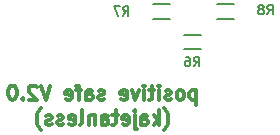
<source format=gbo>
G04 #@! TF.GenerationSoftware,KiCad,Pcbnew,(6.0.0-rc1-dev-254-g7fa5456d7-dirty)*
G04 #@! TF.CreationDate,2018-11-09T09:56:40+01:00*
G04 #@! TF.ProjectId,sejf,73656A662E6B696361645F7063620000,rev?*
G04 #@! TF.SameCoordinates,Original*
G04 #@! TF.FileFunction,Legend,Bot*
G04 #@! TF.FilePolarity,Positive*
%FSLAX46Y46*%
G04 Gerber Fmt 4.6, Leading zero omitted, Abs format (unit mm)*
G04 Created by KiCad (PCBNEW (6.0.0-rc1-dev-254-g7fa5456d7-dirty)) date Fri Nov  9 09:56:40 2018*
%MOMM*%
%LPD*%
G01*
G04 APERTURE LIST*
%ADD10C,0.300000*%
%ADD11C,0.150000*%
G04 APERTURE END LIST*
D10*
X122914285Y-113292857D02*
X122914285Y-114492857D01*
X122914285Y-113350000D02*
X122800000Y-113292857D01*
X122571428Y-113292857D01*
X122457142Y-113350000D01*
X122400000Y-113407142D01*
X122342857Y-113521428D01*
X122342857Y-113864285D01*
X122400000Y-113978571D01*
X122457142Y-114035714D01*
X122571428Y-114092857D01*
X122800000Y-114092857D01*
X122914285Y-114035714D01*
X121657142Y-114092857D02*
X121771428Y-114035714D01*
X121828571Y-113978571D01*
X121885714Y-113864285D01*
X121885714Y-113521428D01*
X121828571Y-113407142D01*
X121771428Y-113350000D01*
X121657142Y-113292857D01*
X121485714Y-113292857D01*
X121371428Y-113350000D01*
X121314285Y-113407142D01*
X121257142Y-113521428D01*
X121257142Y-113864285D01*
X121314285Y-113978571D01*
X121371428Y-114035714D01*
X121485714Y-114092857D01*
X121657142Y-114092857D01*
X120800000Y-114035714D02*
X120685714Y-114092857D01*
X120457142Y-114092857D01*
X120342857Y-114035714D01*
X120285714Y-113921428D01*
X120285714Y-113864285D01*
X120342857Y-113750000D01*
X120457142Y-113692857D01*
X120628571Y-113692857D01*
X120742857Y-113635714D01*
X120800000Y-113521428D01*
X120800000Y-113464285D01*
X120742857Y-113350000D01*
X120628571Y-113292857D01*
X120457142Y-113292857D01*
X120342857Y-113350000D01*
X119771428Y-114092857D02*
X119771428Y-113292857D01*
X119771428Y-112892857D02*
X119828571Y-112950000D01*
X119771428Y-113007142D01*
X119714285Y-112950000D01*
X119771428Y-112892857D01*
X119771428Y-113007142D01*
X119371428Y-113292857D02*
X118914285Y-113292857D01*
X119200000Y-112892857D02*
X119200000Y-113921428D01*
X119142857Y-114035714D01*
X119028571Y-114092857D01*
X118914285Y-114092857D01*
X118514285Y-114092857D02*
X118514285Y-113292857D01*
X118514285Y-112892857D02*
X118571428Y-112950000D01*
X118514285Y-113007142D01*
X118457142Y-112950000D01*
X118514285Y-112892857D01*
X118514285Y-113007142D01*
X118057142Y-113292857D02*
X117771428Y-114092857D01*
X117485714Y-113292857D01*
X116571428Y-114035714D02*
X116685714Y-114092857D01*
X116914285Y-114092857D01*
X117028571Y-114035714D01*
X117085714Y-113921428D01*
X117085714Y-113464285D01*
X117028571Y-113350000D01*
X116914285Y-113292857D01*
X116685714Y-113292857D01*
X116571428Y-113350000D01*
X116514285Y-113464285D01*
X116514285Y-113578571D01*
X117085714Y-113692857D01*
X115142857Y-114035714D02*
X115028571Y-114092857D01*
X114800000Y-114092857D01*
X114685714Y-114035714D01*
X114628571Y-113921428D01*
X114628571Y-113864285D01*
X114685714Y-113750000D01*
X114800000Y-113692857D01*
X114971428Y-113692857D01*
X115085714Y-113635714D01*
X115142857Y-113521428D01*
X115142857Y-113464285D01*
X115085714Y-113350000D01*
X114971428Y-113292857D01*
X114800000Y-113292857D01*
X114685714Y-113350000D01*
X113600000Y-114092857D02*
X113600000Y-113464285D01*
X113657142Y-113350000D01*
X113771428Y-113292857D01*
X114000000Y-113292857D01*
X114114285Y-113350000D01*
X113600000Y-114035714D02*
X113714285Y-114092857D01*
X114000000Y-114092857D01*
X114114285Y-114035714D01*
X114171428Y-113921428D01*
X114171428Y-113807142D01*
X114114285Y-113692857D01*
X114000000Y-113635714D01*
X113714285Y-113635714D01*
X113600000Y-113578571D01*
X113200000Y-113292857D02*
X112742857Y-113292857D01*
X113028571Y-114092857D02*
X113028571Y-113064285D01*
X112971428Y-112950000D01*
X112857142Y-112892857D01*
X112742857Y-112892857D01*
X111885714Y-114035714D02*
X112000000Y-114092857D01*
X112228571Y-114092857D01*
X112342857Y-114035714D01*
X112400000Y-113921428D01*
X112400000Y-113464285D01*
X112342857Y-113350000D01*
X112228571Y-113292857D01*
X112000000Y-113292857D01*
X111885714Y-113350000D01*
X111828571Y-113464285D01*
X111828571Y-113578571D01*
X112400000Y-113692857D01*
X110571428Y-112892857D02*
X110171428Y-114092857D01*
X109771428Y-112892857D01*
X109428571Y-113007142D02*
X109371428Y-112950000D01*
X109257142Y-112892857D01*
X108971428Y-112892857D01*
X108857142Y-112950000D01*
X108800000Y-113007142D01*
X108742857Y-113121428D01*
X108742857Y-113235714D01*
X108800000Y-113407142D01*
X109485714Y-114092857D01*
X108742857Y-114092857D01*
X108228571Y-113978571D02*
X108171428Y-114035714D01*
X108228571Y-114092857D01*
X108285714Y-114035714D01*
X108228571Y-113978571D01*
X108228571Y-114092857D01*
X107428571Y-112892857D02*
X107314285Y-112892857D01*
X107200000Y-112950000D01*
X107142857Y-113007142D01*
X107085714Y-113121428D01*
X107028571Y-113350000D01*
X107028571Y-113635714D01*
X107085714Y-113864285D01*
X107142857Y-113978571D01*
X107200000Y-114035714D01*
X107314285Y-114092857D01*
X107428571Y-114092857D01*
X107542857Y-114035714D01*
X107600000Y-113978571D01*
X107657142Y-113864285D01*
X107714285Y-113635714D01*
X107714285Y-113350000D01*
X107657142Y-113121428D01*
X107600000Y-113007142D01*
X107542857Y-112950000D01*
X107428571Y-112892857D01*
X120228571Y-116650000D02*
X120285714Y-116592857D01*
X120400000Y-116421428D01*
X120457142Y-116307142D01*
X120514285Y-116135714D01*
X120571428Y-115850000D01*
X120571428Y-115621428D01*
X120514285Y-115335714D01*
X120457142Y-115164285D01*
X120400000Y-115050000D01*
X120285714Y-114878571D01*
X120228571Y-114821428D01*
X119771428Y-116192857D02*
X119771428Y-114992857D01*
X119657142Y-115735714D02*
X119314285Y-116192857D01*
X119314285Y-115392857D02*
X119771428Y-115850000D01*
X118285714Y-116192857D02*
X118285714Y-115564285D01*
X118342857Y-115450000D01*
X118457142Y-115392857D01*
X118685714Y-115392857D01*
X118800000Y-115450000D01*
X118285714Y-116135714D02*
X118400000Y-116192857D01*
X118685714Y-116192857D01*
X118800000Y-116135714D01*
X118857142Y-116021428D01*
X118857142Y-115907142D01*
X118800000Y-115792857D01*
X118685714Y-115735714D01*
X118400000Y-115735714D01*
X118285714Y-115678571D01*
X117714285Y-115392857D02*
X117714285Y-116421428D01*
X117771428Y-116535714D01*
X117885714Y-116592857D01*
X117942857Y-116592857D01*
X117714285Y-114992857D02*
X117771428Y-115050000D01*
X117714285Y-115107142D01*
X117657142Y-115050000D01*
X117714285Y-114992857D01*
X117714285Y-115107142D01*
X116685714Y-116135714D02*
X116800000Y-116192857D01*
X117028571Y-116192857D01*
X117142857Y-116135714D01*
X117200000Y-116021428D01*
X117200000Y-115564285D01*
X117142857Y-115450000D01*
X117028571Y-115392857D01*
X116800000Y-115392857D01*
X116685714Y-115450000D01*
X116628571Y-115564285D01*
X116628571Y-115678571D01*
X117200000Y-115792857D01*
X116285714Y-115392857D02*
X115828571Y-115392857D01*
X116114285Y-114992857D02*
X116114285Y-116021428D01*
X116057142Y-116135714D01*
X115942857Y-116192857D01*
X115828571Y-116192857D01*
X114914285Y-116192857D02*
X114914285Y-115564285D01*
X114971428Y-115450000D01*
X115085714Y-115392857D01*
X115314285Y-115392857D01*
X115428571Y-115450000D01*
X114914285Y-116135714D02*
X115028571Y-116192857D01*
X115314285Y-116192857D01*
X115428571Y-116135714D01*
X115485714Y-116021428D01*
X115485714Y-115907142D01*
X115428571Y-115792857D01*
X115314285Y-115735714D01*
X115028571Y-115735714D01*
X114914285Y-115678571D01*
X114342857Y-115392857D02*
X114342857Y-116192857D01*
X114342857Y-115507142D02*
X114285714Y-115450000D01*
X114171428Y-115392857D01*
X114000000Y-115392857D01*
X113885714Y-115450000D01*
X113828571Y-115564285D01*
X113828571Y-116192857D01*
X113085714Y-116192857D02*
X113200000Y-116135714D01*
X113257142Y-116021428D01*
X113257142Y-114992857D01*
X112171428Y-116135714D02*
X112285714Y-116192857D01*
X112514285Y-116192857D01*
X112628571Y-116135714D01*
X112685714Y-116021428D01*
X112685714Y-115564285D01*
X112628571Y-115450000D01*
X112514285Y-115392857D01*
X112285714Y-115392857D01*
X112171428Y-115450000D01*
X112114285Y-115564285D01*
X112114285Y-115678571D01*
X112685714Y-115792857D01*
X111657142Y-116135714D02*
X111542857Y-116192857D01*
X111314285Y-116192857D01*
X111200000Y-116135714D01*
X111142857Y-116021428D01*
X111142857Y-115964285D01*
X111200000Y-115850000D01*
X111314285Y-115792857D01*
X111485714Y-115792857D01*
X111600000Y-115735714D01*
X111657142Y-115621428D01*
X111657142Y-115564285D01*
X111600000Y-115450000D01*
X111485714Y-115392857D01*
X111314285Y-115392857D01*
X111200000Y-115450000D01*
X110685714Y-116135714D02*
X110571428Y-116192857D01*
X110342857Y-116192857D01*
X110228571Y-116135714D01*
X110171428Y-116021428D01*
X110171428Y-115964285D01*
X110228571Y-115850000D01*
X110342857Y-115792857D01*
X110514285Y-115792857D01*
X110628571Y-115735714D01*
X110685714Y-115621428D01*
X110685714Y-115564285D01*
X110628571Y-115450000D01*
X110514285Y-115392857D01*
X110342857Y-115392857D01*
X110228571Y-115450000D01*
X109771428Y-116650000D02*
X109714285Y-116592857D01*
X109600000Y-116421428D01*
X109542857Y-116307142D01*
X109485714Y-116135714D01*
X109428571Y-115850000D01*
X109428571Y-115621428D01*
X109485714Y-115335714D01*
X109542857Y-115164285D01*
X109600000Y-115050000D01*
X109714285Y-114878571D01*
X109771428Y-114821428D01*
D11*
G04 #@! TO.C,R8*
X124679000Y-105979000D02*
X126121000Y-105979000D01*
X126121000Y-105979000D02*
X124679000Y-105979000D01*
X124679000Y-107221000D02*
X126121000Y-107221000D01*
X126121000Y-107221000D02*
X124679000Y-107221000D01*
G04 #@! TO.C,R6*
X121879000Y-108579000D02*
X123321000Y-108579000D01*
X123321000Y-108579000D02*
X121879000Y-108579000D01*
X121879000Y-109821000D02*
X123321000Y-109821000D01*
X123321000Y-109821000D02*
X121879000Y-109821000D01*
G04 #@! TO.C,R7*
X119279000Y-105979000D02*
X120721000Y-105979000D01*
X120721000Y-105979000D02*
X119279000Y-105979000D01*
X119279000Y-107221000D02*
X120721000Y-107221000D01*
X120721000Y-107221000D02*
X119279000Y-107221000D01*
G04 #@! TO.C,R8*
X128933333Y-106861904D02*
X129200000Y-106480952D01*
X129390476Y-106861904D02*
X129390476Y-106061904D01*
X129085714Y-106061904D01*
X129009523Y-106100000D01*
X128971428Y-106138095D01*
X128933333Y-106214285D01*
X128933333Y-106328571D01*
X128971428Y-106404761D01*
X129009523Y-106442857D01*
X129085714Y-106480952D01*
X129390476Y-106480952D01*
X128476190Y-106404761D02*
X128552380Y-106366666D01*
X128590476Y-106328571D01*
X128628571Y-106252380D01*
X128628571Y-106214285D01*
X128590476Y-106138095D01*
X128552380Y-106100000D01*
X128476190Y-106061904D01*
X128323809Y-106061904D01*
X128247619Y-106100000D01*
X128209523Y-106138095D01*
X128171428Y-106214285D01*
X128171428Y-106252380D01*
X128209523Y-106328571D01*
X128247619Y-106366666D01*
X128323809Y-106404761D01*
X128476190Y-106404761D01*
X128552380Y-106442857D01*
X128590476Y-106480952D01*
X128628571Y-106557142D01*
X128628571Y-106709523D01*
X128590476Y-106785714D01*
X128552380Y-106823809D01*
X128476190Y-106861904D01*
X128323809Y-106861904D01*
X128247619Y-106823809D01*
X128209523Y-106785714D01*
X128171428Y-106709523D01*
X128171428Y-106557142D01*
X128209523Y-106480952D01*
X128247619Y-106442857D01*
X128323809Y-106404761D01*
G04 #@! TO.C,R6*
X122733333Y-111261904D02*
X123000000Y-110880952D01*
X123190476Y-111261904D02*
X123190476Y-110461904D01*
X122885714Y-110461904D01*
X122809523Y-110500000D01*
X122771428Y-110538095D01*
X122733333Y-110614285D01*
X122733333Y-110728571D01*
X122771428Y-110804761D01*
X122809523Y-110842857D01*
X122885714Y-110880952D01*
X123190476Y-110880952D01*
X122047619Y-110461904D02*
X122200000Y-110461904D01*
X122276190Y-110500000D01*
X122314285Y-110538095D01*
X122390476Y-110652380D01*
X122428571Y-110804761D01*
X122428571Y-111109523D01*
X122390476Y-111185714D01*
X122352380Y-111223809D01*
X122276190Y-111261904D01*
X122123809Y-111261904D01*
X122047619Y-111223809D01*
X122009523Y-111185714D01*
X121971428Y-111109523D01*
X121971428Y-110919047D01*
X122009523Y-110842857D01*
X122047619Y-110804761D01*
X122123809Y-110766666D01*
X122276190Y-110766666D01*
X122352380Y-110804761D01*
X122390476Y-110842857D01*
X122428571Y-110919047D01*
G04 #@! TO.C,R7*
X116733333Y-106961904D02*
X117000000Y-106580952D01*
X117190476Y-106961904D02*
X117190476Y-106161904D01*
X116885714Y-106161904D01*
X116809523Y-106200000D01*
X116771428Y-106238095D01*
X116733333Y-106314285D01*
X116733333Y-106428571D01*
X116771428Y-106504761D01*
X116809523Y-106542857D01*
X116885714Y-106580952D01*
X117190476Y-106580952D01*
X116466666Y-106161904D02*
X115933333Y-106161904D01*
X116276190Y-106961904D01*
G04 #@! TD*
M02*

</source>
